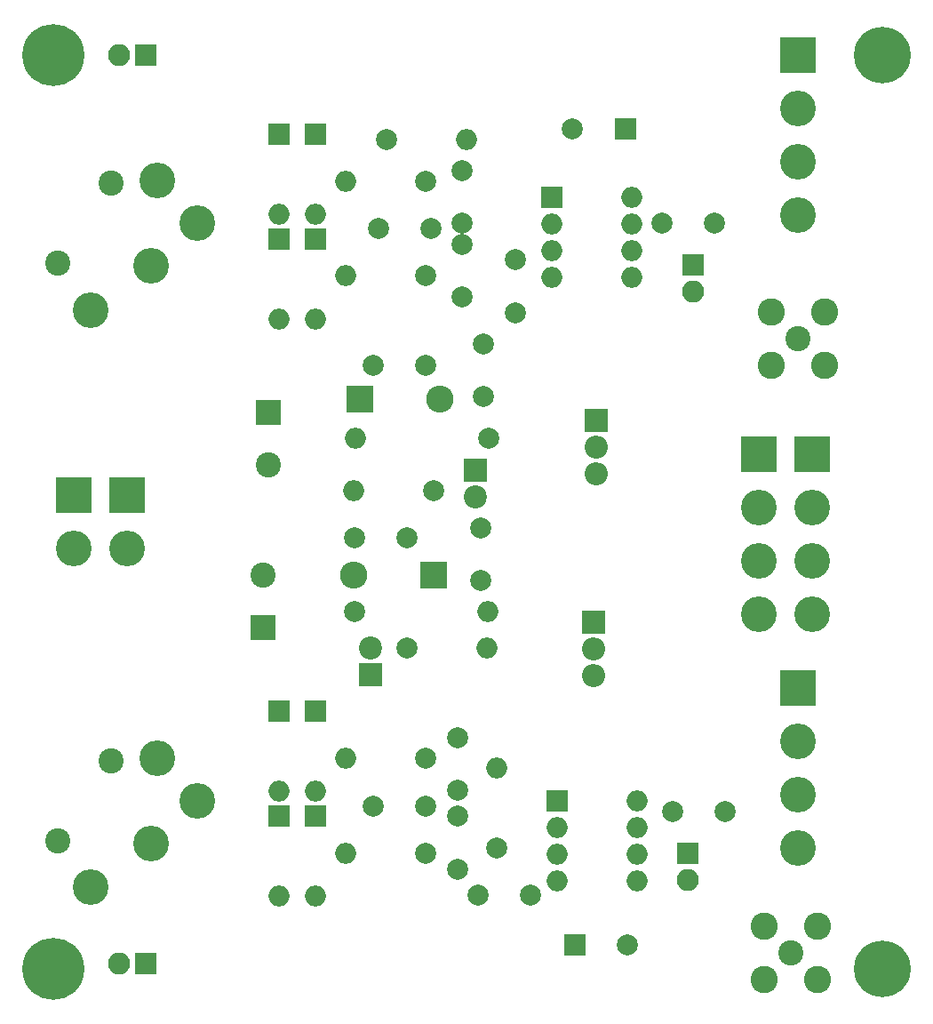
<source format=gbr>
G04 #@! TF.FileFunction,Soldermask,Bot*
%FSLAX46Y46*%
G04 Gerber Fmt 4.6, Leading zero omitted, Abs format (unit mm)*
G04 Created by KiCad (PCBNEW 4.0.7) date 01/03/21 19:12:51*
%MOMM*%
%LPD*%
G01*
G04 APERTURE LIST*
%ADD10C,0.100000*%
%ADD11C,2.000000*%
%ADD12R,2.400000X2.400000*%
%ADD13C,2.400000*%
%ADD14R,2.000000X2.000000*%
%ADD15O,2.000000X2.000000*%
%ADD16R,2.600000X2.600000*%
%ADD17O,2.600000X2.600000*%
%ADD18R,2.100000X2.100000*%
%ADD19O,2.100000X2.100000*%
%ADD20R,2.200000X2.200000*%
%ADD21O,2.200000X2.200000*%
%ADD22C,5.900000*%
%ADD23C,5.400000*%
%ADD24C,2.600000*%
%ADD25C,3.400000*%
%ADD26C,2.200000*%
%ADD27R,3.400000X3.400000*%
G04 APERTURE END LIST*
D10*
D11*
X144000000Y-78000000D03*
X144000000Y-73000000D03*
X144000000Y-85000000D03*
X144000000Y-80000000D03*
X136000000Y-78500000D03*
X141000000Y-78500000D03*
X149000000Y-86500000D03*
X149000000Y-81500000D03*
X163000000Y-78000000D03*
X168000000Y-78000000D03*
X133750000Y-108000000D03*
X138750000Y-108000000D03*
D12*
X125500000Y-96000000D03*
D13*
X125500000Y-101000000D03*
D12*
X125000000Y-116500000D03*
D13*
X125000000Y-111500000D03*
D14*
X130000000Y-69500000D03*
D15*
X130000000Y-77120000D03*
D14*
X130000000Y-79500000D03*
D15*
X130000000Y-87120000D03*
D14*
X126500000Y-69500000D03*
D15*
X126500000Y-77120000D03*
D14*
X126500000Y-79500000D03*
D15*
X126500000Y-87120000D03*
D16*
X134250000Y-94750000D03*
D17*
X141870000Y-94750000D03*
D16*
X141250000Y-111500000D03*
D17*
X133630000Y-111500000D03*
D18*
X166000000Y-82000000D03*
D19*
X166000000Y-84540000D03*
D20*
X156500000Y-116000000D03*
D21*
X156500000Y-118540000D03*
X156500000Y-121080000D03*
D11*
X140500000Y-74000000D03*
D15*
X132880000Y-74000000D03*
D11*
X140500000Y-83000000D03*
D15*
X132880000Y-83000000D03*
D11*
X146500000Y-98500000D03*
D15*
X133800000Y-98500000D03*
D11*
X133750000Y-115000000D03*
D15*
X146450000Y-115000000D03*
D14*
X152500000Y-75500000D03*
D15*
X160120000Y-83120000D03*
X152500000Y-78040000D03*
X160120000Y-80580000D03*
X152500000Y-80580000D03*
X160120000Y-78040000D03*
X152500000Y-83120000D03*
X160120000Y-75500000D03*
D11*
X140500000Y-91500000D03*
X135500000Y-91500000D03*
X141250000Y-103500000D03*
D15*
X133630000Y-103500000D03*
D11*
X138750000Y-118500000D03*
D15*
X146370000Y-118500000D03*
D11*
X145750000Y-107000000D03*
X145750000Y-112000000D03*
X146000000Y-94500000D03*
X146000000Y-89500000D03*
D20*
X156750000Y-96750000D03*
D21*
X156750000Y-99290000D03*
X156750000Y-101830000D03*
D11*
X143500000Y-132000000D03*
X143500000Y-127000000D03*
X143500000Y-139500000D03*
X143500000Y-134500000D03*
X135500000Y-133500000D03*
X140500000Y-133500000D03*
X145500000Y-142000000D03*
X150500000Y-142000000D03*
X164000000Y-134000000D03*
X169000000Y-134000000D03*
D14*
X126500000Y-124500000D03*
D15*
X126500000Y-132120000D03*
D14*
X126500000Y-134500000D03*
D15*
X126500000Y-142120000D03*
D14*
X130000000Y-124500000D03*
D15*
X130000000Y-132120000D03*
D14*
X130000000Y-134500000D03*
D15*
X130000000Y-142120000D03*
D18*
X165500000Y-138000000D03*
D19*
X165500000Y-140540000D03*
D11*
X140500000Y-129000000D03*
D15*
X132880000Y-129000000D03*
D11*
X140500000Y-138000000D03*
D15*
X132880000Y-138000000D03*
D14*
X153000000Y-133000000D03*
D15*
X160620000Y-140620000D03*
X153000000Y-135540000D03*
X160620000Y-138080000D03*
X153000000Y-138080000D03*
X160620000Y-135540000D03*
X153000000Y-140620000D03*
X160620000Y-133000000D03*
D22*
X105000000Y-62000000D03*
D23*
X184000000Y-62000000D03*
D22*
X105000000Y-149000000D03*
D23*
X184000000Y-149000000D03*
D24*
X173460000Y-91540000D03*
X173460000Y-86460000D03*
X178540000Y-86460000D03*
X178540000Y-91540000D03*
D13*
X176000000Y-89000000D03*
D24*
X172710000Y-150040000D03*
X172710000Y-144960000D03*
X177790000Y-144960000D03*
X177790000Y-150040000D03*
D13*
X175250000Y-147500000D03*
D25*
X118760000Y-78000000D03*
X114310000Y-82050000D03*
D13*
X105420000Y-81810000D03*
X110500000Y-74190000D03*
D25*
X114950000Y-73950000D03*
X108590000Y-86250000D03*
X118760000Y-133000000D03*
X114310000Y-137050000D03*
D13*
X105420000Y-136810000D03*
X110500000Y-129190000D03*
D25*
X114950000Y-128950000D03*
X108590000Y-141250000D03*
D14*
X159500000Y-69000000D03*
D11*
X154500000Y-69000000D03*
D14*
X154750000Y-146750000D03*
D11*
X159750000Y-146750000D03*
D20*
X145250000Y-101500000D03*
D26*
X145250000Y-104040000D03*
D20*
X135250000Y-121000000D03*
D26*
X135250000Y-118460000D03*
D11*
X136750000Y-70000000D03*
D15*
X144370000Y-70000000D03*
D11*
X147250000Y-137500000D03*
D15*
X147250000Y-129880000D03*
D18*
X113800000Y-61950000D03*
D19*
X111260000Y-61950000D03*
D18*
X113800000Y-148550000D03*
D19*
X111260000Y-148550000D03*
D25*
X172250000Y-105080000D03*
X172250000Y-110160000D03*
D27*
X172250000Y-100000000D03*
D25*
X172250000Y-115240000D03*
D27*
X177330000Y-100000000D03*
D25*
X177330000Y-105080000D03*
X177330000Y-110160000D03*
X177330000Y-115240000D03*
D27*
X106950000Y-103920000D03*
D25*
X106950000Y-109000000D03*
D27*
X112030000Y-103920000D03*
D25*
X112030000Y-109000000D03*
X176000000Y-67080000D03*
X176000000Y-72160000D03*
D27*
X176000000Y-62000000D03*
D25*
X176000000Y-77240000D03*
X176000000Y-127330000D03*
X176000000Y-132410000D03*
D27*
X176000000Y-122250000D03*
D25*
X176000000Y-137490000D03*
M02*

</source>
